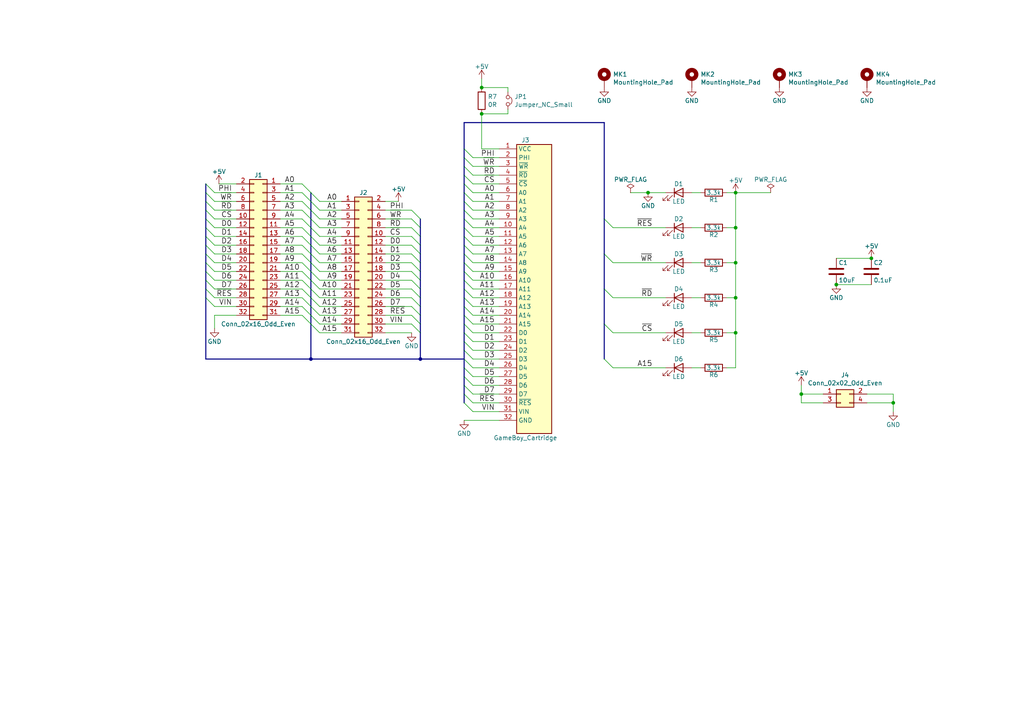
<source format=kicad_sch>
(kicad_sch (version 20211123) (generator eeschema)
  (paper "A4")
  (title_block (title "GB-BRK-SLOT-B") (rev "v1.0") (company "https://gekkio.fi"))
  (lib_symbols
    (symbol "Connector_Generic:Conn_02x02_Odd_Even" (pin_names (offset 1.016) hide)
      (property "Reference" "J" (at 1.27 2.54 0))
      (property "Value" "Conn_02x02_Odd_Even" (at 1.27 -5.08 0))
      (symbol "Conn_02x02_Odd_Even_1_1"
        (rectangle (start -1.27 -2.413) (end 0 -2.667) (stroke (width 0.1524)))
        (rectangle (start -1.27 0.127) (end 0 -0.127) (stroke (width 0.1524)))
        (rectangle (start -1.27 1.27) (end 3.81 -3.81) (stroke (width 0.254)) (fill (type background)))
        (rectangle (start 3.81 -2.413) (end 2.54 -2.667) (stroke (width 0.1524)))
        (rectangle (start 3.81 0.127) (end 2.54 -0.127) (stroke (width 0.1524)))
        (pin passive line (at -5.08 0 0) (length 3.81) (name "Pin_1") (number "1"))
        (pin passive line (at 7.62 0 180) (length 3.81) (name "Pin_2") (number "2"))
        (pin passive line (at -5.08 -2.54 0) (length 3.81) (name "Pin_3") (number "3"))
        (pin passive line (at 7.62 -2.54 180) (length 3.81) (name "Pin_4") (number "4"))
      )
    )
    (symbol "Connector_Generic:Conn_02x16_Odd_Even" (pin_names (offset 1.016) hide)
      (property "Reference" "J" (at 1.27 20.32 0))
      (property "Value" "Conn_02x16_Odd_Even" (at 1.27 -22.86 0))
      (symbol "Conn_02x16_Odd_Even_1_1"
        (rectangle (start -1.27 -20.193) (end 0 -20.447) (stroke (width 0.1524)))
        (rectangle (start -1.27 -17.653) (end 0 -17.907) (stroke (width 0.1524)))
        (rectangle (start -1.27 -15.113) (end 0 -15.367) (stroke (width 0.1524)))
        (rectangle (start -1.27 -12.573) (end 0 -12.827) (stroke (width 0.1524)))
        (rectangle (start -1.27 -10.033) (end 0 -10.287) (stroke (width 0.1524)))
        (rectangle (start -1.27 -7.493) (end 0 -7.747) (stroke (width 0.1524)))
        (rectangle (start -1.27 -4.953) (end 0 -5.207) (stroke (width 0.1524)))
        (rectangle (start -1.27 -2.413) (end 0 -2.667) (stroke (width 0.1524)))
        (rectangle (start -1.27 0.127) (end 0 -0.127) (stroke (width 0.1524)))
        (rectangle (start -1.27 2.667) (end 0 2.413) (stroke (width 0.1524)))
        (rectangle (start -1.27 5.207) (end 0 4.953) (stroke (width 0.1524)))
        (rectangle (start -1.27 7.747) (end 0 7.493) (stroke (width 0.1524)))
        (rectangle (start -1.27 10.287) (end 0 10.033) (stroke (width 0.1524)))
        (rectangle (start -1.27 12.827) (end 0 12.573) (stroke (width 0.1524)))
        (rectangle (start -1.27 15.367) (end 0 15.113) (stroke (width 0.1524)))
        (rectangle (start -1.27 17.907) (end 0 17.653) (stroke (width 0.1524)))
        (rectangle (start -1.27 19.05) (end 3.81 -21.59) (stroke (width 0.254)) (fill (type background)))
        (rectangle (start 3.81 -20.193) (end 2.54 -20.447) (stroke (width 0.1524)))
        (rectangle (start 3.81 -17.653) (end 2.54 -17.907) (stroke (width 0.1524)))
        (rectangle (start 3.81 -15.113) (end 2.54 -15.367) (stroke (width 0.1524)))
        (rectangle (start 3.81 -12.573) (end 2.54 -12.827) (stroke (width 0.1524)))
        (rectangle (start 3.81 -10.033) (end 2.54 -10.287) (stroke (width 0.1524)))
        (rectangle (start 3.81 -7.493) (end 2.54 -7.747) (stroke (width 0.1524)))
        (rectangle (start 3.81 -4.953) (end 2.54 -5.207) (stroke (width 0.1524)))
        (rectangle (start 3.81 -2.413) (end 2.54 -2.667) (stroke (width 0.1524)))
        (rectangle (start 3.81 0.127) (end 2.54 -0.127) (stroke (width 0.1524)))
        (rectangle (start 3.81 2.667) (end 2.54 2.413) (stroke (width 0.1524)))
        (rectangle (start 3.81 5.207) (end 2.54 4.953) (stroke (width 0.1524)))
        (rectangle (start 3.81 7.747) (end 2.54 7.493) (stroke (width 0.1524)))
        (rectangle (start 3.81 10.287) (end 2.54 10.033) (stroke (width 0.1524)))
        (rectangle (start 3.81 12.827) (end 2.54 12.573) (stroke (width 0.1524)))
        (rectangle (start 3.81 15.367) (end 2.54 15.113) (stroke (width 0.1524)))
        (rectangle (start 3.81 17.907) (end 2.54 17.653) (stroke (width 0.1524)))
        (pin passive line (at -5.08 17.78 0) (length 3.81) (name "Pin_1") (number "1"))
        (pin passive line (at 7.62 7.62 180) (length 3.81) (name "Pin_10") (number "10"))
        (pin passive line (at -5.08 5.08 0) (length 3.81) (name "Pin_11") (number "11"))
        (pin passive line (at 7.62 5.08 180) (length 3.81) (name "Pin_12") (number "12"))
        (pin passive line (at -5.08 2.54 0) (length 3.81) (name "Pin_13") (number "13"))
        (pin passive line (at 7.62 2.54 180) (length 3.81) (name "Pin_14") (number "14"))
        (pin passive line (at -5.08 0 0) (length 3.81) (name "Pin_15") (number "15"))
        (pin passive line (at 7.62 0 180) (length 3.81) (name "Pin_16") (number "16"))
        (pin passive line (at -5.08 -2.54 0) (length 3.81) (name "Pin_17") (number "17"))
        (pin passive line (at 7.62 -2.54 180) (length 3.81) (name "Pin_18") (number "18"))
        (pin passive line (at -5.08 -5.08 0) (length 3.81) (name "Pin_19") (number "19"))
        (pin passive line (at 7.62 17.78 180) (length 3.81) (name "Pin_2") (number "2"))
        (pin passive line (at 7.62 -5.08 180) (length 3.81) (name "Pin_20") (number "20"))
        (pin passive line (at -5.08 -7.62 0) (length 3.81) (name "Pin_21") (number "21"))
        (pin passive line (at 7.62 -7.62 180) (length 3.81) (name "Pin_22") (number "22"))
        (pin passive line (at -5.08 -10.16 0) (length 3.81) (name "Pin_23") (number "23"))
        (pin passive line (at 7.62 -10.16 180) (length 3.81) (name "Pin_24") (number "24"))
        (pin passive line (at -5.08 -12.7 0) (length 3.81) (name "Pin_25") (number "25"))
        (pin passive line (at 7.62 -12.7 180) (length 3.81) (name "Pin_26") (number "26"))
        (pin passive line (at -5.08 -15.24 0) (length 3.81) (name "Pin_27") (number "27"))
        (pin passive line (at 7.62 -15.24 180) (length 3.81) (name "Pin_28") (number "28"))
        (pin passive line (at -5.08 -17.78 0) (length 3.81) (name "Pin_29") (number "29"))
        (pin passive line (at -5.08 15.24 0) (length 3.81) (name "Pin_3") (number "3"))
        (pin passive line (at 7.62 -17.78 180) (length 3.81) (name "Pin_30") (number "30"))
        (pin passive line (at -5.08 -20.32 0) (length 3.81) (name "Pin_31") (number "31"))
        (pin passive line (at 7.62 -20.32 180) (length 3.81) (name "Pin_32") (number "32"))
        (pin passive line (at 7.62 15.24 180) (length 3.81) (name "Pin_4") (number "4"))
        (pin passive line (at -5.08 12.7 0) (length 3.81) (name "Pin_5") (number "5"))
        (pin passive line (at 7.62 12.7 180) (length 3.81) (name "Pin_6") (number "6"))
        (pin passive line (at -5.08 10.16 0) (length 3.81) (name "Pin_7") (number "7"))
        (pin passive line (at 7.62 10.16 180) (length 3.81) (name "Pin_8") (number "8"))
        (pin passive line (at -5.08 7.62 0) (length 3.81) (name "Pin_9") (number "9"))
      )
    )
    (symbol "Device:C" (pin_numbers hide) (pin_names (offset 0.254))
      (property "Reference" "C" (at 0.635 2.54 0))
      (property "Value" "C" (at 0.635 -2.54 0))
      (symbol "C_0_1"
        (polyline (pts (xy -2.032 -0.762) (xy 2.032 -0.762)) (stroke (width 0.508)))
        (polyline (pts (xy -2.032 0.762) (xy 2.032 0.762)) (stroke (width 0.508)))
      )
      (symbol "C_1_1"
        (pin passive line (at 0 3.81 270) (length 2.794) (name "~") (number "1"))
        (pin passive line (at 0 -3.81 90) (length 2.794) (name "~") (number "2"))
      )
    )
    (symbol "Device:Jumper_NC_Small" (pin_numbers hide) (pin_names (offset 0.762) hide)
      (property "Reference" "JP" (at 0 2.032 0))
      (property "Value" "Jumper_NC_Small" (at 0.254 -1.524 0))
      (symbol "Jumper_NC_Small_0_1"
        (circle (center -1.016 0) (radius 0.508))
        (circle (center 1.016 0) (radius 0.508))
        (arc (start 1.016 0.762) (mid 0 1.1828) (end -1.016 0.762))
        (pin passive line (at -2.54 0 0) (length 1.016) (name "1") (number "1"))
        (pin passive line (at 2.54 0 180) (length 1.016) (name "2") (number "2"))
      )
    )
    (symbol "Device:LED" (pin_numbers hide) (pin_names (offset 1.016) hide)
      (property "Reference" "D" (at 0 2.54 0))
      (property "Value" "LED" (at 0 -2.54 0))
      (symbol "LED_0_1"
        (polyline (pts (xy -1.27 -1.27) (xy -1.27 1.27)) (stroke (width 0.254)))
        (polyline (pts (xy -1.27 0) (xy 1.27 0)))
        (polyline (pts (xy 1.27 -1.27) (xy 1.27 1.27) (xy -1.27 0) (xy 1.27 -1.27)) (stroke (width 0.254)))
        (polyline (pts (xy -3.048 -0.762) (xy -4.572 -2.286) (xy -3.81 -2.286) (xy -4.572 -2.286) (xy -4.572 -1.524)))
        (polyline (pts (xy -1.778 -0.762) (xy -3.302 -2.286) (xy -2.54 -2.286) (xy -3.302 -2.286) (xy -3.302 -1.524)))
      )
      (symbol "LED_1_1"
        (pin passive line (at -3.81 0 0) (length 2.54) (name "K") (number "1"))
        (pin passive line (at 3.81 0 180) (length 2.54) (name "A") (number "2"))
      )
    )
    (symbol "Device:R" (pin_numbers hide) (pin_names (offset 0))
      (property "Reference" "R" (at 2.032 0 90))
      (property "Value" "R" (at 0 0 90))
      (symbol "R_0_1"
        (rectangle (start -1.016 -2.54) (end 1.016 2.54) (stroke (width 0.254)))
      )
      (symbol "R_1_1"
        (pin passive line (at 0 3.81 270) (length 1.27) (name "~") (number "1"))
        (pin passive line (at 0 -3.81 90) (length 1.27) (name "~") (number "2"))
      )
    )
    (symbol "Gekkio_Connector_Specialized:GameBoy_Cartridge"
      (property "Reference" "J" (at -2.54 43.18 0))
      (property "Value" "GameBoy_Cartridge" (at -2.54 -43.18 0))
      (symbol "GameBoy_Cartridge_0_1"
        (rectangle (start -5.08 41.91) (end 5.08 -41.91) (stroke (width 0.254)) (fill (type background)))
      )
      (symbol "GameBoy_Cartridge_1_1"
        (pin passive line (at -10.16 40.64 0) (length 5.08) (name "VCC") (number "1"))
        (pin passive line (at -10.16 17.78 0) (length 5.08) (name "A4") (number "10"))
        (pin passive line (at -10.16 15.24 0) (length 5.08) (name "A5") (number "11"))
        (pin passive line (at -10.16 12.7 0) (length 5.08) (name "A6") (number "12"))
        (pin passive line (at -10.16 10.16 0) (length 5.08) (name "A7") (number "13"))
        (pin passive line (at -10.16 7.62 0) (length 5.08) (name "A8") (number "14"))
        (pin passive line (at -10.16 5.08 0) (length 5.08) (name "A9") (number "15"))
        (pin passive line (at -10.16 2.54 0) (length 5.08) (name "A10") (number "16"))
        (pin passive line (at -10.16 0 0) (length 5.08) (name "A11") (number "17"))
        (pin passive line (at -10.16 -2.54 0) (length 5.08) (name "A12") (number "18"))
        (pin passive line (at -10.16 -5.08 0) (length 5.08) (name "A13") (number "19"))
        (pin passive line (at -10.16 38.1 0) (length 5.08) (name "PHI") (number "2"))
        (pin passive line (at -10.16 -7.62 0) (length 5.08) (name "A14") (number "20"))
        (pin passive line (at -10.16 -10.16 0) (length 5.08) (name "A15") (number "21"))
        (pin passive line (at -10.16 -12.7 0) (length 5.08) (name "D0") (number "22"))
        (pin passive line (at -10.16 -15.24 0) (length 5.08) (name "D1") (number "23"))
        (pin passive line (at -10.16 -17.78 0) (length 5.08) (name "D2") (number "24"))
        (pin passive line (at -10.16 -20.32 0) (length 5.08) (name "D3") (number "25"))
        (pin passive line (at -10.16 -22.86 0) (length 5.08) (name "D4") (number "26"))
        (pin passive line (at -10.16 -25.4 0) (length 5.08) (name "D5") (number "27"))
        (pin passive line (at -10.16 -27.94 0) (length 5.08) (name "D6") (number "28"))
        (pin passive line (at -10.16 -30.48 0) (length 5.08) (name "D7") (number "29"))
        (pin passive line (at -10.16 35.56 0) (length 5.08) (name "~{WR}") (number "3"))
        (pin passive line (at -10.16 -33.02 0) (length 5.08) (name "~{RES}") (number "30"))
        (pin passive line (at -10.16 -35.56 0) (length 5.08) (name "VIN") (number "31"))
        (pin passive line (at -10.16 -38.1 0) (length 5.08) (name "GND") (number "32"))
        (pin passive line (at -10.16 33.02 0) (length 5.08) (name "~{RD}") (number "4"))
        (pin passive line (at -10.16 30.48 0) (length 5.08) (name "~{CS}") (number "5"))
        (pin passive line (at -10.16 27.94 0) (length 5.08) (name "A0") (number "6"))
        (pin passive line (at -10.16 25.4 0) (length 5.08) (name "A1") (number "7"))
        (pin passive line (at -10.16 22.86 0) (length 5.08) (name "A2") (number "8"))
        (pin passive line (at -10.16 20.32 0) (length 5.08) (name "A3") (number "9"))
      )
    )
    (symbol "Mechanical:MountingHole_Pad" (pin_numbers hide) (pin_names (offset 1.016) hide)
      (property "Reference" "H" (at 0 6.35 0))
      (property "Value" "MountingHole_Pad" (at 0 4.445 0))
      (symbol "MountingHole_Pad_0_1"
        (circle (center 0 1.27) (radius 1.27) (stroke (width 1.27)))
      )
      (symbol "MountingHole_Pad_1_1"
        (pin input line (at 0 -2.54 90) (length 2.54) (name "1") (number "1"))
      )
    )
    (symbol "power:+5V" (power) (pin_names (offset 0))
      (property "Value" "+5V" (at 0 3.556 0))
      (symbol "+5V_0_1"
        (polyline (pts (xy -0.762 1.27) (xy 0 2.54)))
        (polyline (pts (xy 0 0) (xy 0 2.54)))
        (polyline (pts (xy 0 2.54) (xy 0.762 1.27)))
      )
      (symbol "+5V_1_1"
        (pin power_in line (at 0 0 90) (length 0) hide (name "+5V") (number "1"))
      )
    )
    (symbol "power:GND" (power) (pin_names (offset 0))
      (property "Value" "GND" (at 0 -3.81 0))
      (symbol "GND_0_1"
        (polyline (pts (xy 0 0) (xy 0 -1.27) (xy 1.27 -1.27) (xy 0 -2.54) (xy -1.27 -1.27) (xy 0 -1.27)))
      )
      (symbol "GND_1_1"
        (pin power_in line (at 0 0 270) (length 0) hide (name "GND") (number "1"))
      )
    )
    (symbol "power:PWR_FLAG" (power) (pin_numbers hide) (pin_names (offset 0) hide)
      (property "Value" "PWR_FLAG" (at 0 3.81 0))
      (symbol "PWR_FLAG_0_0"
        (pin power_out line (at 0 0 90) (length 0) (name "pwr") (number "1"))
      )
      (symbol "PWR_FLAG_0_1"
        (polyline (pts (xy 0 0) (xy 0 1.27) (xy -1.016 1.905) (xy 0 2.54) (xy 1.016 1.905) (xy 0 1.27)))
      )
    )
  )
  (junction (at 252.73 74.93))
  (junction (at 121.92 104.14))
  (junction (at 213.36 86.36))
  (junction (at 213.36 96.52))
  (junction (at 242.57 82.55))
  (junction (at 139.7 25.4))
  (junction (at 90.17 104.14))
  (junction (at 213.36 66.04))
  (junction (at 259.08 116.84))
  (junction (at 139.7 33.02))
  (junction (at 213.36 55.88))
  (junction (at 213.36 76.2))
  (junction (at 187.96 55.88))
  (junction (at 232.41 114.3))
  (bus_entry (at 90.17 68.58) (size 2.54 2.54))
  (bus_entry (at 59.69 63.5) (size 2.54 2.54))
  (bus_entry (at 87.63 55.88) (size 2.54 2.54))
  (bus_entry (at 87.63 78.74) (size 2.54 2.54))
  (bus_entry (at 119.38 63.5) (size 2.54 2.54))
  (bus_entry (at 90.17 91.44) (size 2.54 2.54))
  (bus_entry (at 134.62 71.12) (size 2.54 2.54))
  (bus_entry (at 59.69 73.66) (size 2.54 2.54))
  (bus_entry (at 59.69 81.28) (size 2.54 2.54))
  (bus_entry (at 87.63 53.34) (size 2.54 2.54))
  (bus_entry (at 119.38 81.28) (size 2.54 2.54))
  (bus_entry (at 90.17 71.12) (size 2.54 2.54))
  (bus_entry (at 134.62 76.2) (size 2.54 2.54))
  (bus_entry (at 87.63 63.5) (size 2.54 2.54))
  (bus_entry (at 87.63 71.12) (size 2.54 2.54))
  (bus_entry (at 90.17 66.04) (size 2.54 2.54))
  (bus_entry (at 90.17 83.82) (size 2.54 2.54))
  (bus_entry (at 134.62 78.74) (size 2.54 2.54))
  (bus_entry (at 134.62 88.9) (size 2.54 2.54))
  (bus_entry (at 175.26 63.5) (size 2.54 2.54))
  (bus_entry (at 90.17 60.96) (size 2.54 2.54))
  (bus_entry (at 134.62 99.06) (size 2.54 2.54))
  (bus_entry (at 90.17 86.36) (size 2.54 2.54))
  (bus_entry (at 90.17 78.74) (size 2.54 2.54))
  (bus_entry (at 134.62 106.68) (size 2.54 2.54))
  (bus_entry (at 134.62 48.26) (size 2.54 2.54))
  (bus_entry (at 59.69 53.34) (size 2.54 2.54))
  (bus_entry (at 59.69 66.04) (size 2.54 2.54))
  (bus_entry (at 134.62 109.22) (size 2.54 2.54))
  (bus_entry (at 119.38 73.66) (size 2.54 2.54))
  (bus_entry (at 134.62 116.84) (size 2.54 2.54))
  (bus_entry (at 134.62 101.6) (size 2.54 2.54))
  (bus_entry (at 59.69 55.88) (size 2.54 2.54))
  (bus_entry (at 134.62 58.42) (size 2.54 2.54))
  (bus_entry (at 87.63 91.44) (size 2.54 2.54))
  (bus_entry (at 119.38 91.44) (size 2.54 2.54))
  (bus_entry (at 134.62 83.82) (size 2.54 2.54))
  (bus_entry (at 134.62 114.3) (size 2.54 2.54))
  (bus_entry (at 59.69 83.82) (size 2.54 2.54))
  (bus_entry (at 90.17 81.28) (size 2.54 2.54))
  (bus_entry (at 90.17 73.66) (size 2.54 2.54))
  (bus_entry (at 134.62 104.14) (size 2.54 2.54))
  (bus_entry (at 134.62 60.96) (size 2.54 2.54))
  (bus_entry (at 134.62 45.72) (size 2.54 2.54))
  (bus_entry (at 119.38 93.98) (size 2.54 2.54))
  (bus_entry (at 134.62 43.18) (size 2.54 2.54))
  (bus_entry (at 90.17 76.2) (size 2.54 2.54))
  (bus_entry (at 119.38 88.9) (size 2.54 2.54))
  (bus_entry (at 134.62 68.58) (size 2.54 2.54))
  (bus_entry (at 87.63 76.2) (size 2.54 2.54))
  (bus_entry (at 90.17 93.98) (size 2.54 2.54))
  (bus_entry (at 134.62 111.76) (size 2.54 2.54))
  (bus_entry (at 59.69 78.74) (size 2.54 2.54))
  (bus_entry (at 119.38 76.2) (size 2.54 2.54))
  (bus_entry (at 119.38 68.58) (size 2.54 2.54))
  (bus_entry (at 134.62 55.88) (size 2.54 2.54))
  (bus_entry (at 119.38 86.36) (size 2.54 2.54))
  (bus_entry (at 134.62 53.34) (size 2.54 2.54))
  (bus_entry (at 134.62 96.52) (size 2.54 2.54))
  (bus_entry (at 134.62 66.04) (size 2.54 2.54))
  (bus_entry (at 59.69 76.2) (size 2.54 2.54))
  (bus_entry (at 134.62 86.36) (size 2.54 2.54))
  (bus_entry (at 119.38 60.96) (size 2.54 2.54))
  (bus_entry (at 134.62 50.8) (size 2.54 2.54))
  (bus_entry (at 119.38 71.12) (size 2.54 2.54))
  (bus_entry (at 87.63 83.82) (size 2.54 2.54))
  (bus_entry (at 175.26 104.14) (size 2.54 2.54))
  (bus_entry (at 87.63 81.28) (size 2.54 2.54))
  (bus_entry (at 59.69 58.42) (size 2.54 2.54))
  (bus_entry (at 87.63 88.9) (size 2.54 2.54))
  (bus_entry (at 59.69 71.12) (size 2.54 2.54))
  (bus_entry (at 119.38 78.74) (size 2.54 2.54))
  (bus_entry (at 59.69 86.36) (size 2.54 2.54))
  (bus_entry (at 175.26 83.82) (size 2.54 2.54))
  (bus_entry (at 87.63 73.66) (size 2.54 2.54))
  (bus_entry (at 119.38 83.82) (size 2.54 2.54))
  (bus_entry (at 134.62 73.66) (size 2.54 2.54))
  (bus_entry (at 119.38 66.04) (size 2.54 2.54))
  (bus_entry (at 134.62 81.28) (size 2.54 2.54))
  (bus_entry (at 134.62 91.44) (size 2.54 2.54))
  (bus_entry (at 87.63 60.96) (size 2.54 2.54))
  (bus_entry (at 87.63 68.58) (size 2.54 2.54))
  (bus_entry (at 90.17 55.88) (size 2.54 2.54))
  (bus_entry (at 134.62 63.5) (size 2.54 2.54))
  (bus_entry (at 90.17 63.5) (size 2.54 2.54))
  (bus_entry (at 59.69 68.58) (size 2.54 2.54))
  (bus_entry (at 175.26 73.66) (size 2.54 2.54))
  (bus_entry (at 175.26 93.98) (size 2.54 2.54))
  (bus_entry (at 90.17 58.42) (size 2.54 2.54))
  (bus_entry (at 134.62 93.98) (size 2.54 2.54))
  (bus_entry (at 90.17 88.9) (size 2.54 2.54))
  (bus_entry (at 87.63 58.42) (size 2.54 2.54))
  (bus_entry (at 87.63 66.04) (size 2.54 2.54))
  (bus_entry (at 87.63 86.36) (size 2.54 2.54))
  (bus_entry (at 59.69 60.96) (size 2.54 2.54))
  (wire (pts (xy 81.28 76.2) (xy 87.63 76.2)))
  (wire (pts (xy 111.76 81.28) (xy 119.38 81.28)))
  (bus (pts (xy 134.62 43.18) (xy 134.62 45.72)))
  (bus (pts (xy 121.92 66.04) (xy 121.92 68.58)))
  (wire (pts (xy 147.32 31.75) (xy 147.32 33.02)))
  (bus (pts (xy 134.62 50.8) (xy 134.62 53.34)))
  (wire (pts (xy 99.06 78.74) (xy 92.71 78.74)))
  (wire (pts (xy 99.06 93.98) (xy 92.71 93.98)))
  (bus (pts (xy 90.17 60.96) (xy 90.17 63.5)))
  (bus (pts (xy 59.69 86.36) (xy 59.69 104.14)))
  (wire (pts (xy 251.46 114.3) (xy 259.08 114.3)))
  (bus (pts (xy 134.62 91.44) (xy 134.62 93.98)))
  (wire (pts (xy 137.16 86.36) (xy 144.78 86.36)))
  (wire (pts (xy 99.06 66.04) (xy 92.71 66.04)))
  (bus (pts (xy 90.17 73.66) (xy 90.17 76.2)))
  (wire (pts (xy 187.96 55.88) (xy 193.04 55.88)))
  (wire (pts (xy 137.16 66.04) (xy 144.78 66.04)))
  (wire (pts (xy 68.58 60.96) (xy 62.23 60.96)))
  (wire (pts (xy 137.16 101.6) (xy 144.78 101.6)))
  (bus (pts (xy 134.62 101.6) (xy 134.62 104.14)))
  (bus (pts (xy 121.92 91.44) (xy 121.92 93.98)))
  (bus (pts (xy 134.62 106.68) (xy 134.62 109.22)))
  (wire (pts (xy 68.58 66.04) (xy 62.23 66.04)))
  (bus (pts (xy 175.26 83.82) (xy 175.26 93.98)))
  (wire (pts (xy 62.23 91.44) (xy 68.58 91.44)))
  (bus (pts (xy 121.92 86.36) (xy 121.92 88.9)))
  (bus (pts (xy 90.17 76.2) (xy 90.17 78.74)))
  (wire (pts (xy 111.76 63.5) (xy 119.38 63.5)))
  (wire (pts (xy 63.5 53.34) (xy 68.58 53.34)))
  (bus (pts (xy 121.92 73.66) (xy 121.92 76.2)))
  (wire (pts (xy 177.8 86.36) (xy 193.04 86.36)))
  (bus (pts (xy 121.92 93.98) (xy 121.92 96.52)))
  (bus (pts (xy 121.92 81.28) (xy 121.92 83.82)))
  (bus (pts (xy 134.62 109.22) (xy 134.62 111.76)))
  (bus (pts (xy 59.69 66.04) (xy 59.69 68.58)))
  (wire (pts (xy 137.16 106.68) (xy 144.78 106.68)))
  (wire (pts (xy 111.76 93.98) (xy 119.38 93.98)))
  (bus (pts (xy 121.92 104.14) (xy 134.62 104.14)))
  (wire (pts (xy 111.76 86.36) (xy 119.38 86.36)))
  (wire (pts (xy 137.16 93.98) (xy 144.78 93.98)))
  (wire (pts (xy 213.36 86.36) (xy 213.36 96.52)))
  (wire (pts (xy 213.36 86.36) (xy 210.82 86.36)))
  (wire (pts (xy 139.7 25.4) (xy 147.32 25.4)))
  (bus (pts (xy 90.17 55.88) (xy 90.17 58.42)))
  (wire (pts (xy 213.36 55.88) (xy 213.36 66.04)))
  (wire (pts (xy 99.06 81.28) (xy 92.71 81.28)))
  (bus (pts (xy 90.17 66.04) (xy 90.17 68.58)))
  (wire (pts (xy 99.06 96.52) (xy 92.71 96.52)))
  (wire (pts (xy 137.16 78.74) (xy 144.78 78.74)))
  (wire (pts (xy 111.76 88.9) (xy 119.38 88.9)))
  (wire (pts (xy 137.16 63.5) (xy 144.78 63.5)))
  (wire (pts (xy 81.28 66.04) (xy 87.63 66.04)))
  (wire (pts (xy 99.06 76.2) (xy 92.71 76.2)))
  (wire (pts (xy 111.76 78.74) (xy 119.38 78.74)))
  (bus (pts (xy 134.62 63.5) (xy 134.62 66.04)))
  (bus (pts (xy 134.62 45.72) (xy 134.62 48.26)))
  (wire (pts (xy 213.36 106.68) (xy 210.82 106.68)))
  (wire (pts (xy 137.16 96.52) (xy 144.78 96.52)))
  (wire (pts (xy 203.2 76.2) (xy 200.66 76.2)))
  (wire (pts (xy 81.28 91.44) (xy 87.63 91.44)))
  (bus (pts (xy 121.92 63.5) (xy 121.92 66.04)))
  (wire (pts (xy 68.58 58.42) (xy 62.23 58.42)))
  (wire (pts (xy 213.36 66.04) (xy 213.36 76.2)))
  (wire (pts (xy 137.16 45.72) (xy 144.78 45.72)))
  (bus (pts (xy 134.62 71.12) (xy 134.62 73.66)))
  (wire (pts (xy 81.28 53.34) (xy 87.63 53.34)))
  (bus (pts (xy 121.92 96.52) (xy 121.92 104.14)))
  (wire (pts (xy 68.58 55.88) (xy 62.23 55.88)))
  (wire (pts (xy 137.16 55.88) (xy 144.78 55.88)))
  (bus (pts (xy 59.69 60.96) (xy 59.69 63.5)))
  (wire (pts (xy 213.36 96.52) (xy 210.82 96.52)))
  (wire (pts (xy 177.8 96.52) (xy 193.04 96.52)))
  (bus (pts (xy 121.92 88.9) (xy 121.92 91.44)))
  (bus (pts (xy 134.62 53.34) (xy 134.62 55.88)))
  (bus (pts (xy 134.62 78.74) (xy 134.62 81.28)))
  (bus (pts (xy 134.62 86.36) (xy 134.62 88.9)))
  (wire (pts (xy 137.16 50.8) (xy 144.78 50.8)))
  (wire (pts (xy 137.16 111.76) (xy 144.78 111.76)))
  (wire (pts (xy 137.16 104.14) (xy 144.78 104.14)))
  (wire (pts (xy 232.41 111.76) (xy 232.41 114.3)))
  (bus (pts (xy 59.69 78.74) (xy 59.69 81.28)))
  (bus (pts (xy 59.69 104.14) (xy 90.17 104.14)))
  (bus (pts (xy 134.62 83.82) (xy 134.62 86.36)))
  (bus (pts (xy 121.92 83.82) (xy 121.92 86.36)))
  (wire (pts (xy 137.16 48.26) (xy 144.78 48.26)))
  (bus (pts (xy 59.69 53.34) (xy 59.69 55.88)))
  (bus (pts (xy 134.62 88.9) (xy 134.62 91.44)))
  (wire (pts (xy 99.06 86.36) (xy 92.71 86.36)))
  (bus (pts (xy 134.62 96.52) (xy 134.62 99.06)))
  (wire (pts (xy 213.36 66.04) (xy 210.82 66.04)))
  (bus (pts (xy 134.62 99.06) (xy 134.62 101.6)))
  (wire (pts (xy 137.16 73.66) (xy 144.78 73.66)))
  (wire (pts (xy 147.32 25.4) (xy 147.32 26.67)))
  (wire (pts (xy 99.06 58.42) (xy 92.71 58.42)))
  (wire (pts (xy 119.38 96.52) (xy 111.76 96.52)))
  (wire (pts (xy 68.58 78.74) (xy 62.23 78.74)))
  (wire (pts (xy 213.36 96.52) (xy 213.36 106.68)))
  (wire (pts (xy 137.16 119.38) (xy 144.78 119.38)))
  (wire (pts (xy 137.16 58.42) (xy 144.78 58.42)))
  (wire (pts (xy 137.16 83.82) (xy 144.78 83.82)))
  (wire (pts (xy 210.82 55.88) (xy 213.36 55.88)))
  (bus (pts (xy 90.17 88.9) (xy 90.17 91.44)))
  (wire (pts (xy 137.16 76.2) (xy 144.78 76.2)))
  (wire (pts (xy 213.36 76.2) (xy 210.82 76.2)))
  (wire (pts (xy 232.41 116.84) (xy 232.41 114.3)))
  (wire (pts (xy 81.28 73.66) (xy 87.63 73.66)))
  (bus (pts (xy 134.62 93.98) (xy 134.62 96.52)))
  (bus (pts (xy 134.62 58.42) (xy 134.62 60.96)))
  (wire (pts (xy 182.88 55.88) (xy 187.96 55.88)))
  (wire (pts (xy 251.46 116.84) (xy 259.08 116.84)))
  (bus (pts (xy 134.62 68.58) (xy 134.62 71.12)))
  (wire (pts (xy 81.28 81.28) (xy 87.63 81.28)))
  (bus (pts (xy 90.17 104.14) (xy 121.92 104.14)))
  (wire (pts (xy 99.06 83.82) (xy 92.71 83.82)))
  (wire (pts (xy 68.58 88.9) (xy 62.23 88.9)))
  (wire (pts (xy 111.76 66.04) (xy 119.38 66.04)))
  (wire (pts (xy 81.28 78.74) (xy 87.63 78.74)))
  (wire (pts (xy 137.16 116.84) (xy 144.78 116.84)))
  (bus (pts (xy 134.62 73.66) (xy 134.62 76.2)))
  (wire (pts (xy 137.16 99.06) (xy 144.78 99.06)))
  (bus (pts (xy 175.26 35.56) (xy 175.26 63.5)))
  (wire (pts (xy 68.58 81.28) (xy 62.23 81.28)))
  (wire (pts (xy 242.57 82.55) (xy 252.73 82.55)))
  (bus (pts (xy 59.69 81.28) (xy 59.69 83.82)))
  (bus (pts (xy 175.26 73.66) (xy 175.26 83.82)))
  (bus (pts (xy 90.17 83.82) (xy 90.17 86.36)))
  (wire (pts (xy 68.58 86.36) (xy 62.23 86.36)))
  (bus (pts (xy 90.17 81.28) (xy 90.17 83.82)))
  (bus (pts (xy 59.69 83.82) (xy 59.69 86.36)))
  (wire (pts (xy 203.2 106.68) (xy 200.66 106.68)))
  (wire (pts (xy 137.16 114.3) (xy 144.78 114.3)))
  (wire (pts (xy 137.16 81.28) (xy 144.78 81.28)))
  (wire (pts (xy 213.36 55.88) (xy 223.52 55.88)))
  (wire (pts (xy 68.58 83.82) (xy 62.23 83.82)))
  (wire (pts (xy 177.8 76.2) (xy 193.04 76.2)))
  (wire (pts (xy 68.58 73.66) (xy 62.23 73.66)))
  (wire (pts (xy 193.04 106.68) (xy 177.8 106.68)))
  (wire (pts (xy 111.76 73.66) (xy 119.38 73.66)))
  (bus (pts (xy 134.62 66.04) (xy 134.62 68.58)))
  (wire (pts (xy 68.58 68.58) (xy 62.23 68.58)))
  (wire (pts (xy 68.58 63.5) (xy 62.23 63.5)))
  (wire (pts (xy 81.28 63.5) (xy 87.63 63.5)))
  (bus (pts (xy 121.92 71.12) (xy 121.92 73.66)))
  (wire (pts (xy 99.06 88.9) (xy 92.71 88.9)))
  (wire (pts (xy 238.76 116.84) (xy 232.41 116.84)))
  (wire (pts (xy 81.28 86.36) (xy 87.63 86.36)))
  (bus (pts (xy 90.17 86.36) (xy 90.17 88.9)))
  (wire (pts (xy 81.28 55.88) (xy 87.63 55.88)))
  (wire (pts (xy 62.23 91.44) (xy 62.23 95.25)))
  (bus (pts (xy 134.62 35.56) (xy 175.26 35.56)))
  (wire (pts (xy 134.62 121.92) (xy 144.78 121.92)))
  (bus (pts (xy 121.92 78.74) (xy 121.92 81.28)))
  (wire (pts (xy 137.16 68.58) (xy 144.78 68.58)))
  (bus (pts (xy 90.17 68.58) (xy 90.17 71.12)))
  (bus (pts (xy 59.69 73.66) (xy 59.69 76.2)))
  (wire (pts (xy 259.08 116.84) (xy 259.08 119.38)))
  (bus (pts (xy 59.69 71.12) (xy 59.69 73.66)))
  (bus (pts (xy 90.17 71.12) (xy 90.17 73.66)))
  (wire (pts (xy 200.66 66.04) (xy 203.2 66.04)))
  (bus (pts (xy 175.26 93.98) (xy 175.26 104.14)))
  (wire (pts (xy 99.06 68.58) (xy 92.71 68.58)))
  (wire (pts (xy 259.08 116.84) (xy 259.08 114.3)))
  (wire (pts (xy 137.16 60.96) (xy 144.78 60.96)))
  (wire (pts (xy 177.8 66.04) (xy 193.04 66.04)))
  (wire (pts (xy 137.16 91.44) (xy 144.78 91.44)))
  (bus (pts (xy 121.92 76.2) (xy 121.92 78.74)))
  (bus (pts (xy 59.69 63.5) (xy 59.69 66.04)))
  (bus (pts (xy 134.62 111.76) (xy 134.62 114.3)))
  (bus (pts (xy 90.17 63.5) (xy 90.17 66.04)))
  (wire (pts (xy 137.16 53.34) (xy 144.78 53.34)))
  (bus (pts (xy 175.26 63.5) (xy 175.26 73.66)))
  (wire (pts (xy 99.06 60.96) (xy 92.71 60.96)))
  (wire (pts (xy 137.16 109.22) (xy 144.78 109.22)))
  (wire (pts (xy 144.78 43.18) (xy 139.7 43.18)))
  (wire (pts (xy 203.2 96.52) (xy 200.66 96.52)))
  (wire (pts (xy 139.7 33.02) (xy 139.7 43.18)))
  (wire (pts (xy 111.76 71.12) (xy 119.38 71.12)))
  (wire (pts (xy 200.66 86.36) (xy 203.2 86.36)))
  (wire (pts (xy 81.28 88.9) (xy 87.63 88.9)))
  (bus (pts (xy 134.62 81.28) (xy 134.62 83.82)))
  (wire (pts (xy 242.57 74.93) (xy 252.73 74.93)))
  (bus (pts (xy 90.17 58.42) (xy 90.17 60.96)))
  (wire (pts (xy 81.28 58.42) (xy 87.63 58.42)))
  (wire (pts (xy 81.28 71.12) (xy 87.63 71.12)))
  (wire (pts (xy 137.16 88.9) (xy 144.78 88.9)))
  (wire (pts (xy 99.06 63.5) (xy 92.71 63.5)))
  (wire (pts (xy 81.28 60.96) (xy 87.63 60.96)))
  (wire (pts (xy 81.28 68.58) (xy 87.63 68.58)))
  (wire (pts (xy 147.32 33.02) (xy 139.7 33.02)))
  (wire (pts (xy 111.76 91.44) (xy 119.38 91.44)))
  (bus (pts (xy 134.62 60.96) (xy 134.62 63.5)))
  (bus (pts (xy 59.69 58.42) (xy 59.69 60.96)))
  (bus (pts (xy 90.17 93.98) (xy 90.17 104.14)))
  (bus (pts (xy 90.17 78.74) (xy 90.17 81.28)))
  (bus (pts (xy 59.69 68.58) (xy 59.69 71.12)))
  (wire (pts (xy 68.58 71.12) (xy 62.23 71.12)))
  (wire (pts (xy 68.58 76.2) (xy 62.23 76.2)))
  (wire (pts (xy 111.76 60.96) (xy 119.38 60.96)))
  (bus (pts (xy 134.62 76.2) (xy 134.62 78.74)))
  (wire (pts (xy 115.57 58.42) (xy 111.76 58.42)))
  (wire (pts (xy 111.76 68.58) (xy 119.38 68.58)))
  (wire (pts (xy 213.36 76.2) (xy 213.36 86.36)))
  (bus (pts (xy 59.69 55.88) (xy 59.69 58.42)))
  (wire (pts (xy 111.76 76.2) (xy 119.38 76.2)))
  (wire (pts (xy 99.06 71.12) (xy 92.71 71.12)))
  (bus (pts (xy 134.62 104.14) (xy 134.62 106.68)))
  (bus (pts (xy 90.17 91.44) (xy 90.17 93.98)))
  (bus (pts (xy 134.62 114.3) (xy 134.62 116.84)))
  (wire (pts (xy 111.76 83.82) (xy 119.38 83.82)))
  (wire (pts (xy 81.28 83.82) (xy 87.63 83.82)))
  (bus (pts (xy 134.62 35.56) (xy 134.62 43.18)))
  (bus (pts (xy 134.62 55.88) (xy 134.62 58.42)))
  (wire (pts (xy 99.06 91.44) (xy 92.71 91.44)))
  (wire (pts (xy 137.16 71.12) (xy 144.78 71.12)))
  (bus (pts (xy 59.69 76.2) (xy 59.69 78.74)))
  (wire (pts (xy 203.2 55.88) (xy 200.66 55.88)))
  (bus (pts (xy 134.62 48.26) (xy 134.62 50.8)))
  (wire (pts (xy 139.7 22.86) (xy 139.7 25.4)))
  (wire (pts (xy 238.76 114.3) (xy 232.41 114.3)))
  (wire (pts (xy 99.06 73.66) (xy 92.71 73.66)))
  (bus (pts (xy 121.92 68.58) (xy 121.92 71.12)))
  (label "A9" (at 97.79 81.28 180) (effects (font (size 1.524 1.524))))
  (label "~{RD}" (at 143.51 50.8 180) (effects (font (size 1.524 1.524))))
  (label "A3" (at 82.55 60.96 0) (effects (font (size 1.524 1.524))))
  (label "~{CS}" (at 113.03 68.58 0) (effects (font (size 1.524 1.524))))
  (label "A3" (at 143.51 63.5 180) (effects (font (size 1.524 1.524))))
  (label "D4" (at 143.51 106.68 180) (effects (font (size 1.524 1.524))))
  (label "D6" (at 143.51 111.76 180) (effects (font (size 1.524 1.524))))
  (label "~{RES}" (at 189.23 66.04 180) (effects (font (size 1.524 1.524))))
  (label "A4" (at 143.51 66.04 180) (effects (font (size 1.524 1.524))))
  (label "A13" (at 82.55 86.36 0) (effects (font (size 1.524 1.524))))
  (label "A4" (at 97.79 68.58 180) (effects (font (size 1.524 1.524))))
  (label "A15" (at 97.79 96.52 180) (effects (font (size 1.524 1.524))))
  (label "A0" (at 97.79 58.42 180) (effects (font (size 1.524 1.524))))
  (label "A14" (at 143.51 91.44 180) (effects (font (size 1.524 1.524))))
  (label "D0" (at 67.31 66.04 180) (effects (font (size 1.524 1.524))))
  (label "A14" (at 82.55 88.9 0) (effects (font (size 1.524 1.524))))
  (label "A0" (at 143.51 55.88 180) (effects (font (size 1.524 1.524))))
  (label "A5" (at 143.51 68.58 180) (effects (font (size 1.524 1.524))))
  (label "D5" (at 67.31 78.74 180) (effects (font (size 1.524 1.524))))
  (label "A6" (at 143.51 71.12 180) (effects (font (size 1.524 1.524))))
  (label "A14" (at 97.79 93.98 180) (effects (font (size 1.524 1.524))))
  (label "D2" (at 67.31 71.12 180) (effects (font (size 1.524 1.524))))
  (label "VIN" (at 113.03 93.98 0) (effects (font (size 1.524 1.524))))
  (label "PHI" (at 67.31 55.88 180) (effects (font (size 1.524 1.524))))
  (label "A11" (at 82.55 81.28 0) (effects (font (size 1.524 1.524))))
  (label "D6" (at 113.03 86.36 0) (effects (font (size 1.524 1.524))))
  (label "A6" (at 97.79 73.66 180) (effects (font (size 1.524 1.524))))
  (label "~{CS}" (at 67.31 63.5 180) (effects (font (size 1.524 1.524))))
  (label "D1" (at 113.03 73.66 0) (effects (font (size 1.524 1.524))))
  (label "D7" (at 67.31 83.82 180) (effects (font (size 1.524 1.524))))
  (label "A11" (at 143.51 83.82 180) (effects (font (size 1.524 1.524))))
  (label "~{WR}" (at 67.31 58.42 180) (effects (font (size 1.524 1.524))))
  (label "A15" (at 189.23 106.68 180) (effects (font (size 1.524 1.524))))
  (label "~{WR}" (at 113.03 63.5 0) (effects (font (size 1.524 1.524))))
  (label "~{RD}" (at 189.23 86.36 180) (effects (font (size 1.524 1.524))))
  (label "PHI" (at 143.51 45.72 180) (effects (font (size 1.524 1.524))))
  (label "A9" (at 143.51 78.74 180) (effects (font (size 1.524 1.524))))
  (label "D3" (at 113.03 78.74 0) (effects (font (size 1.524 1.524))))
  (label "A2" (at 143.51 60.96 180) (effects (font (size 1.524 1.524))))
  (label "A4" (at 82.55 63.5 0) (effects (font (size 1.524 1.524))))
  (label "VIN" (at 143.51 119.38 180) (effects (font (size 1.524 1.524))))
  (label "A12" (at 143.51 86.36 180) (effects (font (size 1.524 1.524))))
  (label "~{RES}" (at 143.51 116.84 180) (effects (font (size 1.524 1.524))))
  (label "D6" (at 67.31 81.28 180) (effects (font (size 1.524 1.524))))
  (label "~{RES}" (at 67.31 86.36 180) (effects (font (size 1.524 1.524))))
  (label "~{RES}" (at 113.03 91.44 0) (effects (font (size 1.524 1.524))))
  (label "A1" (at 143.51 58.42 180) (effects (font (size 1.524 1.524))))
  (label "D2" (at 113.03 76.2 0) (effects (font (size 1.524 1.524))))
  (label "A15" (at 143.51 93.98 180) (effects (font (size 1.524 1.524))))
  (label "A11" (at 97.79 86.36 180) (effects (font (size 1.524 1.524))))
  (label "A6" (at 82.55 68.58 0) (effects (font (size 1.524 1.524))))
  (label "~{CS}" (at 143.51 53.34 180) (effects (font (size 1.524 1.524))))
  (label "A2" (at 82.55 58.42 0) (effects (font (size 1.524 1.524))))
  (label "D4" (at 67.31 76.2 180) (effects (font (size 1.524 1.524))))
  (label "D0" (at 143.51 96.52 180) (effects (font (size 1.524 1.524))))
  (label "A8" (at 82.55 73.66 0) (effects (font (size 1.524 1.524))))
  (label "A7" (at 97.79 76.2 180) (effects (font (size 1.524 1.524))))
  (label "~{WR}" (at 189.23 76.2 180) (effects (font (size 1.524 1.524))))
  (label "D7" (at 143.51 114.3 180) (effects (font (size 1.524 1.524))))
  (label "D5" (at 143.51 109.22 180) (effects (font (size 1.524 1.524))))
  (label "~{CS}" (at 189.23 96.52 180) (effects (font (size 1.524 1.524))))
  (label "A12" (at 97.79 88.9 180) (effects (font (size 1.524 1.524))))
  (label "D5" (at 113.03 83.82 0) (effects (font (size 1.524 1.524))))
  (label "A5" (at 82.55 66.04 0) (effects (font (size 1.524 1.524))))
  (label "A0" (at 82.55 53.34 0) (effects (font (size 1.524 1.524))))
  (label "D3" (at 143.51 104.14 180) (effects (font (size 1.524 1.524))))
  (label "A12" (at 82.55 83.82 0) (effects (font (size 1.524 1.524))))
  (label "D1" (at 67.31 68.58 180) (effects (font (size 1.524 1.524))))
  (label "A10" (at 143.51 81.28 180) (effects (font (size 1.524 1.524))))
  (label "D7" (at 113.03 88.9 0) (effects (font (size 1.524 1.524))))
  (label "A8" (at 97.79 78.74 180) (effects (font (size 1.524 1.524))))
  (label "A1" (at 97.79 60.96 180) (effects (font (size 1.524 1.524))))
  (label "D0" (at 113.03 71.12 0) (effects (font (size 1.524 1.524))))
  (label "A5" (at 97.79 71.12 180) (effects (font (size 1.524 1.524))))
  (label "D1" (at 143.51 99.06 180) (effects (font (size 1.524 1.524))))
  (label "~{WR}" (at 143.51 48.26 180) (effects (font (size 1.524 1.524))))
  (label "A7" (at 82.55 71.12 0) (effects (font (size 1.524 1.524))))
  (label "D3" (at 67.31 73.66 180) (effects (font (size 1.524 1.524))))
  (label "PHI" (at 113.03 60.96 0) (effects (font (size 1.524 1.524))))
  (label "VIN" (at 67.31 88.9 180) (effects (font (size 1.524 1.524))))
  (label "~{RD}" (at 113.03 66.04 0) (effects (font (size 1.524 1.524))))
  (label "A8" (at 143.51 76.2 180) (effects (font (size 1.524 1.524))))
  (label "A13" (at 143.51 88.9 180) (effects (font (size 1.524 1.524))))
  (label "A10" (at 97.79 83.82 180) (effects (font (size 1.524 1.524))))
  (label "A7" (at 143.51 73.66 180) (effects (font (size 1.524 1.524))))
  (label "D2" (at 143.51 101.6 180) (effects (font (size 1.524 1.524))))
  (label "A2" (at 97.79 63.5 180) (effects (font (size 1.524 1.524))))
  (label "A15" (at 82.55 91.44 0) (effects (font (size 1.524 1.524))))
  (label "D4" (at 113.03 81.28 0) (effects (font (size 1.524 1.524))))
  (label "A1" (at 82.55 55.88 0) (effects (font (size 1.524 1.524))))
  (label "~{RD}" (at 67.31 60.96 180) (effects (font (size 1.524 1.524))))
  (label "A13" (at 97.79 91.44 180) (effects (font (size 1.524 1.524))))
  (label "A3" (at 97.79 66.04 180) (effects (font (size 1.524 1.524))))
  (label "A9" (at 82.55 76.2 0) (effects (font (size 1.524 1.524))))
  (label "A10" (at 82.55 78.74 0) (effects (font (size 1.524 1.524))))
  (symbol (lib_id "Gekkio_Connector_Specialized:GameBoy_Cartridge") (at 154.94 83.82 0) (unit 1)
    (property "Reference" "J3" (at 152.4 40.64 0))
    (property "Value" "GameBoy_Cartridge" (at 152.4 127 0))
    (property "Footprint" "Gekkio_Connector_PCBedge:GameBoy_Cartridge_SGB-SGB2_1x32_P1.50mm_Socket_Horizontal" (effects hide))
  )
  (symbol (lib_id "Connector_Generic:Conn_02x16_Odd_Even") (at 76.2 71.12 0) (mirror y) (unit 1)
    (property "Reference" "J1" (at 74.93 50.8 0))
    (property "Value" "Conn_02x16_Odd_Even" (at 74.93 93.98 0))
    (property "Footprint" "Connector_PinSocket_2.54mm:PinSocket_2x16_P2.54mm_Vertical" (effects hide))
  )
  (symbol (lib_id "Connector_Generic:Conn_02x16_Odd_Even") (at 104.14 76.2 0) (unit 1)
    (property "Reference" "J2" (at 105.41 55.88 0))
    (property "Value" "Conn_02x16_Odd_Even" (at 105.41 99.06 0))
    (property "Footprint" "Connector_PinHeader_2.54mm:PinHeader_2x16_P2.54mm_Vertical" (effects hide))
  )
  (symbol (lib_id "power:GND") (at 134.62 121.92 0) (unit 1)
    (property "Reference" "#PWR05" (effects hide))
    (property "Value" "GND" (at 134.62 125.73 0))
  )
  (symbol (lib_id "power:+5V") (at 213.36 55.88 0) (unit 1)
    (property "Reference" "#PWR08" (effects hide))
    (property "Value" "+5V" (at 213.36 52.324 0))
  )
  (symbol (lib_id "Device:LED") (at 196.85 55.88 0) (unit 1)
    (property "Reference" "D1" (at 196.85 53.34 0))
    (property "Value" "LED" (at 196.85 58.42 0))
    (property "Footprint" "LED_SMD:LED_0603_1608Metric" (effects hide))
  )
  (symbol (lib_id "Device:R") (at 207.01 55.88 270) (unit 1)
    (property "Reference" "R1" (at 207.01 57.912 90))
    (property "Value" "3.3k" (at 207.01 55.88 90))
    (property "Footprint" "Resistor_SMD:R_0603_1608Metric" (effects hide))
  )
  (symbol (lib_id "Device:C") (at 242.57 78.74 0) (unit 1)
    (property "Reference" "C1" (at 243.205 76.2 0) (effects (justify left)))
    (property "Value" "10uF" (at 243.205 81.28 0) (effects (justify left)))
    (property "Footprint" "Capacitor_SMD:C_1206_3216Metric" (effects hide))
  )
  (symbol (lib_id "Device:C") (at 252.73 78.74 0) (unit 1)
    (property "Reference" "C2" (at 253.365 76.2 0) (effects (justify left)))
    (property "Value" "0.1uF" (at 253.365 81.28 0) (effects (justify left)))
    (property "Footprint" "Capacitor_SMD:C_0603_1608Metric" (effects hide))
  )
  (symbol (lib_id "power:+5V") (at 252.73 74.93 0) (unit 1)
    (property "Reference" "#PWR010" (effects hide))
    (property "Value" "+5V" (at 252.73 71.374 0))
  )
  (symbol (lib_id "power:GND") (at 242.57 82.55 0) (unit 1)
    (property "Reference" "#PWR09" (effects hide))
    (property "Value" "GND" (at 242.57 86.36 0))
  )
  (symbol (lib_id "power:GND") (at 187.96 55.88 0) (unit 1)
    (property "Reference" "#PWR07" (effects hide))
    (property "Value" "GND" (at 187.96 59.69 0))
  )
  (symbol (lib_id "power:+5V") (at 139.7 22.86 0) (unit 1)
    (property "Reference" "#PWR06" (effects hide))
    (property "Value" "+5V" (at 139.7 19.304 0))
  )
  (symbol (lib_id "power:+5V") (at 63.5 53.34 0) (unit 1)
    (property "Reference" "#PWR02" (effects hide))
    (property "Value" "+5V" (at 63.5 49.784 0))
  )
  (symbol (lib_id "power:GND") (at 62.23 95.25 0) (unit 1)
    (property "Reference" "#PWR01" (effects hide))
    (property "Value" "GND" (at 62.23 99.06 0))
  )
  (symbol (lib_id "power:PWR_FLAG") (at 182.88 55.88 0) (unit 1)
    (property "Reference" "#FLG01" (effects hide))
    (property "Value" "PWR_FLAG" (at 182.88 52.07 0))
  )
  (symbol (lib_id "power:PWR_FLAG") (at 223.52 55.88 0) (unit 1)
    (property "Reference" "#FLG02" (effects hide))
    (property "Value" "PWR_FLAG" (at 223.52 52.07 0))
  )
  (symbol (lib_id "power:+5V") (at 115.57 58.42 0) (unit 1)
    (property "Reference" "#PWR03" (effects hide))
    (property "Value" "+5V" (at 115.57 54.864 0))
  )
  (symbol (lib_id "power:GND") (at 119.38 96.52 0) (unit 1)
    (property "Reference" "#PWR04" (effects hide))
    (property "Value" "GND" (at 119.38 100.33 0))
  )
  (symbol (lib_id "Device:LED") (at 196.85 66.04 0) (unit 1)
    (property "Reference" "D2" (at 196.85 63.5 0))
    (property "Value" "LED" (at 196.85 68.58 0))
    (property "Footprint" "LED_SMD:LED_0603_1608Metric" (effects hide))
  )
  (symbol (lib_id "Device:LED") (at 196.85 76.2 0) (unit 1)
    (property "Reference" "D3" (at 196.85 73.66 0))
    (property "Value" "LED" (at 196.85 78.74 0))
    (property "Footprint" "LED_SMD:LED_0603_1608Metric" (effects hide))
  )
  (symbol (lib_id "Device:LED") (at 196.85 86.36 0) (unit 1)
    (property "Reference" "D4" (at 196.85 83.82 0))
    (property "Value" "LED" (at 196.85 88.9 0))
    (property "Footprint" "LED_SMD:LED_0603_1608Metric" (effects hide))
  )
  (symbol (lib_id "Device:R") (at 207.01 66.04 270) (unit 1)
    (property "Reference" "R2" (at 207.01 68.072 90))
    (property "Value" "3.3k" (at 207.01 66.04 90))
    (property "Footprint" "Resistor_SMD:R_0603_1608Metric" (effects hide))
  )
  (symbol (lib_id "Device:R") (at 207.01 76.2 270) (unit 1)
    (property "Reference" "R3" (at 207.01 78.232 90))
    (property "Value" "3.3k" (at 207.01 76.2 90))
    (property "Footprint" "Resistor_SMD:R_0603_1608Metric" (effects hide))
  )
  (symbol (lib_id "Device:R") (at 207.01 86.36 270) (unit 1)
    (property "Reference" "R4" (at 207.01 88.392 90))
    (property "Value" "3.3k" (at 207.01 86.36 90))
    (property "Footprint" "Resistor_SMD:R_0603_1608Metric" (effects hide))
  )
  (symbol (lib_id "Device:LED") (at 196.85 96.52 0) (unit 1)
    (property "Reference" "D5" (at 196.85 93.98 0))
    (property "Value" "LED" (at 196.85 99.06 0))
    (property "Footprint" "LED_SMD:LED_0603_1608Metric" (effects hide))
  )
  (symbol (lib_id "Device:R") (at 207.01 96.52 270) (unit 1)
    (property "Reference" "R5" (at 207.01 98.552 90))
    (property "Value" "3.3k" (at 207.01 96.52 90))
    (property "Footprint" "Resistor_SMD:R_0603_1608Metric" (effects hide))
  )
  (symbol (lib_id "Device:LED") (at 196.85 106.68 0) (unit 1)
    (property "Reference" "D6" (at 196.85 104.14 0))
    (property "Value" "LED" (at 196.85 109.22 0))
    (property "Footprint" "LED_SMD:LED_0603_1608Metric" (effects hide))
  )
  (symbol (lib_id "Device:R") (at 207.01 106.68 270) (unit 1)
    (property "Reference" "R6" (at 207.01 108.712 90))
    (property "Value" "3.3k" (at 207.01 106.68 90))
    (property "Footprint" "Resistor_SMD:R_0603_1608Metric" (effects hide))
  )
  (symbol (lib_id "Mechanical:MountingHole_Pad") (at 175.26 22.86 0) (unit 1)
    (property "Reference" "MK1" (at 177.8 21.5646 0) (effects (justify left)))
    (property "Value" "MountingHole_Pad" (at 177.8 23.876 0) (effects (justify left)))
    (property "Footprint" "MountingHole:MountingHole_3.2mm_M3_Pad_Via" (effects hide))
  )
  (symbol (lib_id "Mechanical:MountingHole_Pad") (at 200.66 22.86 0) (unit 1)
    (property "Reference" "MK2" (at 203.2 21.5646 0) (effects (justify left)))
    (property "Value" "MountingHole_Pad" (at 203.2 23.876 0) (effects (justify left)))
    (property "Footprint" "MountingHole:MountingHole_3.2mm_M3_Pad_Via" (effects hide))
  )
  (symbol (lib_id "power:GND") (at 175.26 25.4 0) (unit 1)
    (property "Reference" "#PWR0101" (effects hide))
    (property "Value" "GND" (at 175.26 29.21 0))
  )
  (symbol (lib_id "power:GND") (at 200.66 25.4 0) (unit 1)
    (property "Reference" "#PWR0102" (effects hide))
    (property "Value" "GND" (at 200.66 29.21 0))
  )
  (symbol (lib_id "Mechanical:MountingHole_Pad") (at 226.06 22.86 0) (unit 1)
    (property "Reference" "MK3" (at 228.6 21.5646 0) (effects (justify left)))
    (property "Value" "MountingHole_Pad" (at 228.6 23.876 0) (effects (justify left)))
    (property "Footprint" "MountingHole:MountingHole_3.2mm_M3_Pad_Via" (effects hide))
  )
  (symbol (lib_id "power:GND") (at 226.06 25.4 0) (unit 1)
    (property "Reference" "#PWR013" (effects hide))
    (property "Value" "GND" (at 226.06 29.21 0))
  )
  (symbol (lib_id "Mechanical:MountingHole_Pad") (at 251.46 22.86 0) (unit 1)
    (property "Reference" "MK4" (at 254 21.5646 0) (effects (justify left)))
    (property "Value" "MountingHole_Pad" (at 254 23.876 0) (effects (justify left)))
    (property "Footprint" "MountingHole:MountingHole_3.2mm_M3_Pad_Via" (effects hide))
  )
  (symbol (lib_id "power:GND") (at 251.46 25.4 0) (unit 1)
    (property "Reference" "#PWR014" (effects hide))
    (property "Value" "GND" (at 251.46 29.21 0))
  )
  (symbol (lib_id "Connector_Generic:Conn_02x02_Odd_Even") (at 243.84 114.3 0) (unit 1)
    (property "Reference" "J4" (at 245.11 108.7882 0))
    (property "Value" "Conn_02x02_Odd_Even" (at 245.11 111.0996 0))
    (property "Footprint" "Connector_PinHeader_2.54mm:PinHeader_2x02_P2.54mm_Vertical" (effects hide))
  )
  (symbol (lib_id "power:GND") (at 259.08 119.38 0) (unit 1)
    (property "Reference" "#PWR012" (effects hide))
    (property "Value" "GND" (at 259.08 123.19 0))
  )
  (symbol (lib_id "power:+5V") (at 232.41 111.76 0) (unit 1)
    (property "Reference" "#PWR011" (effects hide))
    (property "Value" "+5V" (at 232.41 108.204 0))
  )
  (symbol (lib_id "Device:R") (at 139.7 29.21 180) (unit 1)
    (property "Reference" "R7" (at 141.478 28.0416 0) (effects (justify right)))
    (property "Value" "0R" (at 141.478 30.353 0) (effects (justify right)))
    (property "Footprint" "Resistor_SMD:R_1206_3216Metric_Pad1.42x1.75mm_HandSolder" (effects hide))
  )
  (symbol (lib_id "Device:Jumper_NC_Small") (at 147.32 29.21 270) (unit 1)
    (property "Reference" "JP1" (at 149.1996 28.0416 90) (effects (justify left)))
    (property "Value" "Jumper_NC_Small" (at 149.1996 30.353 90) (effects (justify left)))
    (property "Footprint" "Connector_PinHeader_2.54mm:PinHeader_1x02_P2.54mm_Vertical" (effects hide))
  )
)
</source>
